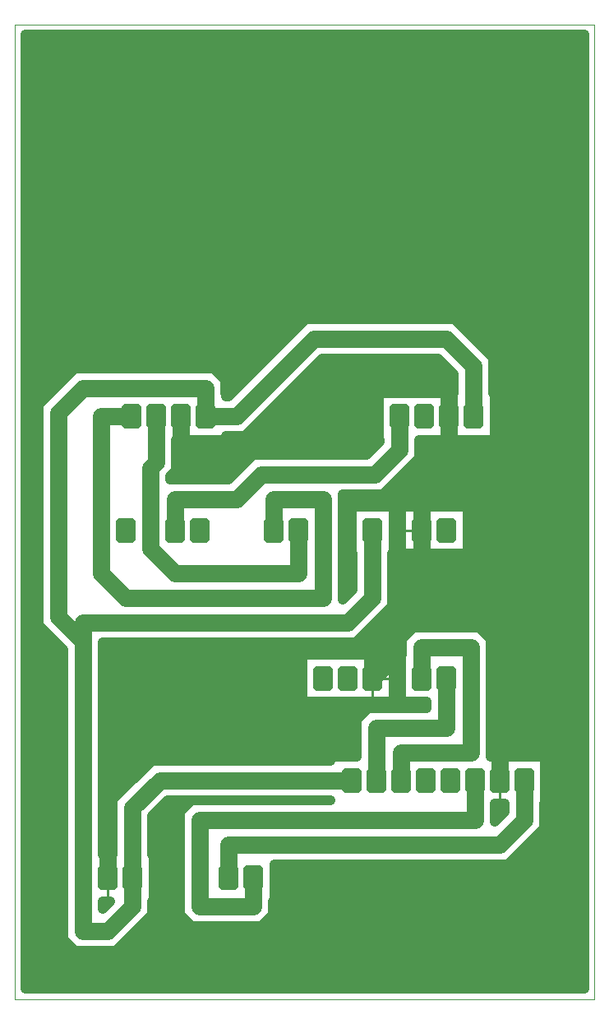
<source format=gbr>
G04 PROTEUS GERBER X2 FILE*
%TF.GenerationSoftware,Labcenter,Proteus,8.15-SP1-Build34318*%
%TF.CreationDate,2023-12-30T15:36:42+00:00*%
%TF.FileFunction,Copper,L1,Bot*%
%TF.FilePolarity,Positive*%
%TF.Part,Single*%
%TF.SameCoordinates,{cd41d306-8311-4b46-bbee-fcf873c3b973}*%
%FSLAX45Y45*%
%MOMM*%
G01*
%TA.AperFunction,Conductor*%
%ADD10C,1.778000*%
%ADD11C,1.016000*%
%ADD12C,0.254000*%
%AMDIL003*
4,1,8,
-1.016000,0.965200,-0.711200,1.270000,0.711200,1.270000,1.016000,0.965200,1.016000,-0.965200,
0.711200,-1.270000,-0.711200,-1.270000,-1.016000,-0.965200,-1.016000,0.965200,
0*%
%TA.AperFunction,ComponentPad*%
%ADD13DIL003*%
%TA.AperFunction,Profile*%
%ADD14C,0.101600*%
%TD.AperFunction*%
%TA.AperFunction,Conductor*%
G36*
X-5862320Y+106680D02*
X-106680Y+106680D01*
X-106680Y+9926320D01*
X-5862320Y+9926320D01*
X-5862320Y+106680D01*
G37*
%TD.AperFunction*%
%LPC*%
G36*
X-3767167Y+6203199D02*
X-3792101Y+6203199D01*
X-3792101Y+6241299D01*
X-3804801Y+6241299D01*
X-3804801Y+6370667D01*
X-3923833Y+6489699D01*
X-5354667Y+6489699D01*
X-5727699Y+6116667D01*
X-5727699Y+3852833D01*
X-5473699Y+3598833D01*
X-5473699Y+614333D01*
X-5354667Y+495301D01*
X-4927833Y+495301D01*
X-4554801Y+868333D01*
X-4554801Y+1008701D01*
X-4542101Y+1008701D01*
X-4542101Y+1491299D01*
X-4554801Y+1491299D01*
X-4554801Y+1884333D01*
X-4392333Y+2046801D01*
X-2715899Y+2046801D01*
X-2715899Y+2044699D01*
X-4148167Y+2044699D01*
X-4267199Y+1925667D01*
X-4267199Y+868333D01*
X-4148167Y+749301D01*
X-3427833Y+749301D01*
X-3308801Y+868333D01*
X-3308801Y+1008701D01*
X-3296101Y+1008701D01*
X-3296101Y+1384301D01*
X-891833Y+1384301D01*
X-518801Y+1757333D01*
X-518801Y+2008701D01*
X-506101Y+2008701D01*
X-506101Y+2491299D01*
X-1066801Y+2491299D01*
X-1066801Y+3703667D01*
X-1185832Y+3822698D01*
X-1862168Y+3822698D01*
X-1981199Y+3703667D01*
X-1981199Y+3543299D01*
X-1993899Y+3543299D01*
X-1993899Y+3060701D01*
X-1727198Y+3060701D01*
X-1727198Y+2997199D01*
X-2330167Y+2997199D01*
X-2449199Y+2878167D01*
X-2449199Y+2491299D01*
X-2715899Y+2491299D01*
X-2715899Y+2453199D01*
X-4560667Y+2453199D01*
X-4961199Y+2052667D01*
X-4961199Y+1491299D01*
X-5067301Y+1491299D01*
X-5067301Y+3670301D01*
X-2455833Y+3670301D01*
X-2082801Y+4043333D01*
X-2082801Y+4584701D01*
X-2070101Y+4584701D01*
X-2070101Y+5067299D01*
X-2501899Y+5067299D01*
X-2501899Y+4584701D01*
X-2489199Y+4584701D01*
X-2489199Y+4211667D01*
X-2590802Y+4110064D01*
X-2590802Y+5194301D01*
X-2177833Y+5194301D01*
X-1804801Y+5567333D01*
X-1804801Y+5758701D01*
X-1030101Y+5758701D01*
X-1030101Y+6241299D01*
X-1042801Y+6241299D01*
X-1042801Y+6600667D01*
X-1439833Y+6997699D01*
X-2972667Y+6997699D01*
X-3767167Y+6203199D01*
G37*
G36*
X-3009899Y+3060701D02*
X-2070101Y+3060701D01*
X-2070101Y+3543299D01*
X-3009899Y+3543299D01*
X-3009899Y+3060701D01*
G37*
G36*
X-1993899Y+4584701D02*
X-1308101Y+4584701D01*
X-1308101Y+5067299D01*
X-1993899Y+5067299D01*
X-1993899Y+4584701D01*
G37*
%LPD*%
%TA.AperFunction,Conductor*%
G36*
X-3539317Y+5856317D02*
X-3598833Y+5796801D01*
X-3792101Y+5796801D01*
X-3792101Y+5758701D01*
X-4312801Y+5758701D01*
X-4312801Y+5440333D01*
X-4368801Y+5384333D01*
X-4368801Y+5346699D01*
X-3767167Y+5346699D01*
X-3513167Y+5600699D01*
X-2346167Y+5600699D01*
X-2211199Y+5735667D01*
X-2211199Y+5758701D01*
X-2223899Y+5758701D01*
X-2223899Y+6241299D01*
X-1449199Y+6241299D01*
X-1449199Y+6432333D01*
X-1608167Y+6591301D01*
X-2804333Y+6591301D01*
X-3539317Y+5856317D01*
G37*
%TD.AperFunction*%
%TA.AperFunction,Conductor*%
G36*
X-1026801Y+1841500D02*
X-1026801Y+1824065D01*
X-925199Y+1925667D01*
X-925199Y+2008701D01*
X-1026801Y+2008701D01*
X-1026801Y+1841500D01*
G37*
%TD.AperFunction*%
%TA.AperFunction,Conductor*%
G36*
X-5067301Y+930565D02*
X-4989165Y+1008701D01*
X-5067301Y+1008701D01*
X-5067301Y+930565D01*
G37*
%TD.AperFunction*%
D10*
X-2008000Y+6000000D02*
X-2008000Y+5651500D01*
X-2262000Y+5397500D01*
X-3429000Y+5397500D01*
X-3683000Y+5143500D01*
X-4318000Y+5143500D01*
X-4318000Y+4826000D01*
X-2286000Y+3302000D02*
X-2286000Y+3619500D01*
X-4699000Y+3619500D01*
X-5012000Y+3306500D01*
X-5012000Y+1250000D01*
X-1778000Y+4318000D02*
X-1270000Y+4318000D01*
X-976000Y+4024000D01*
X-976000Y+2250000D01*
X-1500000Y+6000000D02*
X-1500000Y+5421500D01*
X-1778000Y+5143500D01*
X-1778000Y+4826000D01*
X-2286000Y+3302000D02*
X-2032000Y+3556000D01*
X-2032000Y+4064000D01*
X-1778000Y+4318000D01*
X-1500000Y+6000000D02*
X-1500000Y+6286500D01*
X-2603500Y+6286500D01*
X-3238500Y+5651500D01*
X-4262000Y+5651500D01*
X-4262000Y+6000000D01*
X-1778000Y+4826000D02*
X-1778000Y+4318000D01*
X-1524000Y+3302000D02*
X-1524000Y+2794000D01*
X-2246000Y+2794000D01*
X-2246000Y+2250000D01*
X-4516000Y+6000000D02*
X-4516000Y+5524500D01*
X-4572000Y+5468500D01*
X-4572000Y+4635500D01*
X-4318000Y+4381500D01*
X-3048000Y+4381500D01*
X-3048000Y+4826000D01*
X-4770000Y+6000000D02*
X-5080000Y+6000000D01*
X-5080000Y+4381500D01*
X-4826000Y+4127500D01*
X-2794000Y+4127500D01*
X-2794000Y+5143500D01*
X-3302000Y+5143500D01*
X-3302000Y+4826000D01*
X-1230000Y+2250000D02*
X-1230000Y+1841500D01*
X-4064000Y+1841500D01*
X-4064000Y+952500D01*
X-3512000Y+952500D01*
X-3512000Y+1250000D01*
X-722000Y+2250000D02*
X-722000Y+1841500D01*
X-976000Y+1587500D01*
X-3766000Y+1587500D01*
X-3766000Y+1250000D01*
X-1778000Y+3302000D02*
X-1778000Y+3619500D01*
X-1270000Y+3619500D01*
X-1270000Y+2540000D01*
X-1992000Y+2540000D01*
X-1992000Y+2250000D01*
X-5270500Y+3683000D02*
X-5270500Y+3873500D01*
X-2540000Y+3873500D01*
X-2286000Y+4127500D01*
X-2286000Y+4826000D01*
X-5270500Y+3683000D02*
X-5524500Y+3937000D01*
X-5524500Y+6032500D01*
X-5270500Y+6286500D01*
X-4318000Y+6286500D01*
X-4758000Y+1250000D02*
X-4758000Y+1968500D01*
X-4476500Y+2250000D01*
X-2500000Y+2250000D01*
X-4758000Y+1250000D02*
X-4758000Y+952500D01*
X-5012000Y+698500D01*
X-5270500Y+698500D01*
X-5270500Y+3683000D01*
X-4008000Y+6000000D02*
X-3683000Y+6000000D01*
X-2888500Y+6794500D01*
X-1524000Y+6794500D01*
X-1246000Y+6516500D01*
X-1246000Y+6000000D01*
X-4008000Y+6000000D02*
X-4008000Y+6286500D01*
X-4318000Y+6286500D01*
D11*
X-5862320Y+106680D02*
X-106680Y+106680D01*
X-106680Y+9926320D01*
X-5862320Y+9926320D01*
X-5862320Y+106680D01*
X-3767167Y+6203199D02*
X-3792101Y+6203199D01*
X-3792101Y+6241299D01*
X-3804801Y+6241299D01*
X-3804801Y+6370667D01*
X-3923833Y+6489699D01*
X-5354667Y+6489699D01*
X-5727699Y+6116667D01*
X-5727699Y+3852833D01*
X-5473699Y+3598833D01*
X-5473699Y+614333D01*
X-5354667Y+495301D01*
X-4927833Y+495301D01*
X-4554801Y+868333D01*
X-4554801Y+1008701D01*
X-4542101Y+1008701D01*
X-4542101Y+1491299D01*
X-4554801Y+1491299D01*
X-4554801Y+1884333D01*
X-4392333Y+2046801D01*
X-2715899Y+2046801D01*
X-2715899Y+2044699D01*
X-4148167Y+2044699D01*
X-4267199Y+1925667D01*
X-4267199Y+868333D01*
X-4148167Y+749301D01*
X-3427833Y+749301D01*
X-3308801Y+868333D01*
X-3308801Y+1008701D01*
X-3296101Y+1008701D01*
X-3296101Y+1384301D01*
X-891833Y+1384301D01*
X-518801Y+1757333D01*
X-518801Y+2008701D01*
X-506101Y+2008701D01*
X-506101Y+2491299D01*
X-1066801Y+2491299D01*
X-1066801Y+3703667D01*
X-1185832Y+3822698D01*
X-1862168Y+3822698D01*
X-1981199Y+3703667D01*
X-1981199Y+3543299D01*
X-1993899Y+3543299D01*
X-1993899Y+3060701D01*
X-1727198Y+3060701D01*
X-1727198Y+2997199D01*
X-2330167Y+2997199D01*
X-2449199Y+2878167D01*
X-2449199Y+2491299D01*
X-2715899Y+2491299D01*
X-2715899Y+2453199D01*
X-4560667Y+2453199D01*
X-4961199Y+2052667D01*
X-4961199Y+1491299D01*
X-5067301Y+1491299D01*
X-5067301Y+3670301D01*
X-2455833Y+3670301D01*
X-2082801Y+4043333D01*
X-2082801Y+4584701D01*
X-2070101Y+4584701D01*
X-2070101Y+5067299D01*
X-2501899Y+5067299D01*
X-2501899Y+4584701D01*
X-2489199Y+4584701D01*
X-2489199Y+4211667D01*
X-2590802Y+4110064D01*
X-2590802Y+5194301D01*
X-2177833Y+5194301D01*
X-1804801Y+5567333D01*
X-1804801Y+5758701D01*
X-1030101Y+5758701D01*
X-1030101Y+6241299D01*
X-1042801Y+6241299D01*
X-1042801Y+6600667D01*
X-1439833Y+6997699D01*
X-2972667Y+6997699D01*
X-3767167Y+6203199D01*
X-3009899Y+3060701D02*
X-2070101Y+3060701D01*
X-2070101Y+3543299D01*
X-3009899Y+3543299D01*
X-3009899Y+3060701D01*
X-1993899Y+4584701D02*
X-1308101Y+4584701D01*
X-1308101Y+5067299D01*
X-1993899Y+5067299D01*
X-1993899Y+4584701D01*
X-3539317Y+5856317D02*
X-3598833Y+5796801D01*
X-3792101Y+5796801D01*
X-3792101Y+5758701D01*
X-4312801Y+5758701D01*
X-4312801Y+5440333D01*
X-4368801Y+5384333D01*
X-4368801Y+5346699D01*
X-3767167Y+5346699D01*
X-3513167Y+5600699D01*
X-2346167Y+5600699D01*
X-2211199Y+5735667D01*
X-2211199Y+5758701D01*
X-2223899Y+5758701D01*
X-2223899Y+6241299D01*
X-1449199Y+6241299D01*
X-1449199Y+6432333D01*
X-1608167Y+6591301D01*
X-2804333Y+6591301D01*
X-3539317Y+5856317D01*
X-1026801Y+1841500D02*
X-1026801Y+1824065D01*
X-925199Y+1925667D01*
X-925199Y+2008701D01*
X-1026801Y+2008701D01*
X-1026801Y+1841500D01*
X-5067301Y+930565D02*
X-4989165Y+1008701D01*
X-5067301Y+1008701D01*
X-5067301Y+930565D01*
D12*
X-5012000Y+1059501D02*
X-5012000Y+1250000D01*
X-5012000Y+1440499D02*
X-5012000Y+1250000D01*
X-1500000Y+5809501D02*
X-1500000Y+6000000D01*
X-1500000Y+6190499D02*
X-1500000Y+6000000D01*
X-4262000Y+5809501D02*
X-4262000Y+6000000D01*
X-976000Y+2440499D02*
X-976000Y+2250000D01*
X-976000Y+2059501D02*
X-976000Y+2250000D01*
X-2286000Y+3111501D02*
X-2286000Y+3302000D01*
X-2286000Y+3492499D02*
X-2286000Y+3302000D01*
X-2120901Y+3302000D02*
X-2286000Y+3302000D01*
X-1778000Y+4635501D02*
X-1778000Y+4826000D01*
X-1943099Y+4826000D02*
X-1778000Y+4826000D01*
X-1778000Y+5016499D02*
X-1778000Y+4826000D01*
D13*
X-4758000Y+1250000D03*
X-5012000Y+1250000D03*
X-1246000Y+6000000D03*
X-1500000Y+6000000D03*
X-1754000Y+6000000D03*
X-2008000Y+6000000D03*
X-4008000Y+6000000D03*
X-4262000Y+6000000D03*
X-4516000Y+6000000D03*
X-4770000Y+6000000D03*
X-3512000Y+1250000D03*
X-3766000Y+1250000D03*
X-2500000Y+2250000D03*
X-2246000Y+2250000D03*
X-1992000Y+2250000D03*
X-1738000Y+2250000D03*
X-1484000Y+2250000D03*
X-1230000Y+2250000D03*
X-976000Y+2250000D03*
X-722000Y+2250000D03*
X-1524000Y+3302000D03*
X-1778000Y+3302000D03*
X-2286000Y+3302000D03*
X-2540000Y+3302000D03*
X-2794000Y+3302000D03*
X-4826000Y+4826000D03*
X-4318000Y+4826000D03*
X-4064000Y+4826000D03*
X-3302000Y+4826000D03*
X-3048000Y+4826000D03*
X-2286000Y+4826000D03*
X-1778000Y+4826000D03*
X-1524000Y+4826000D03*
D14*
X-5969000Y+0D02*
X+0Y+0D01*
X+0Y+10033000D01*
X-5969000Y+10033000D01*
X-5969000Y+0D01*
M02*

</source>
